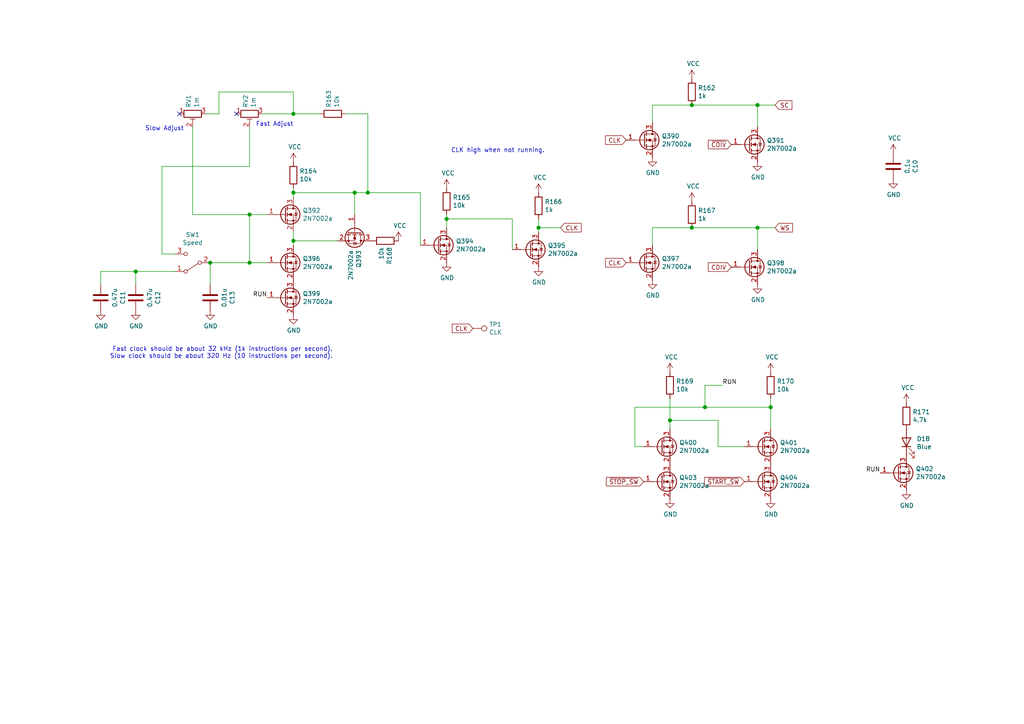
<source format=kicad_sch>
(kicad_sch (version 20210126) (generator eeschema)
  (paper "A4")
  (title_block (title "Q2 Clock Generator") (date "2021-02-05") (rev "1") (company "joewing.net"))
  (lib_symbols
    (symbol "Connector:TestPoint" (pin_numbers hide) (pin_names (offset 0.762) hide)
      (property "Reference" "TP" (at 0 6.858 0))
      (property "Value" "TestPoint" (at 0 5.08 0))
      (symbol "TestPoint_0_1"
        (circle (center 0 3.302) (radius 0.762))
      )
      (symbol "TestPoint_1_1"
        (pin passive line (at 0 0 90) (length 2.54) (name "1") (number "1"))
      )
    )
    (symbol "Device:C" (pin_numbers hide) (pin_names (offset 0.254))
      (property "Reference" "C" (at 0.635 2.54 0))
      (property "Value" "C" (at 0.635 -2.54 0))
      (symbol "C_0_1"
        (polyline (pts (xy -2.032 -0.762) (xy 2.032 -0.762)) (stroke (width 0.508)))
        (polyline (pts (xy -2.032 0.762) (xy 2.032 0.762)) (stroke (width 0.508)))
      )
      (symbol "C_1_1"
        (pin passive line (at 0 3.81 270) (length 2.794) (name "~") (number "1"))
        (pin passive line (at 0 -3.81 90) (length 2.794) (name "~") (number "2"))
      )
    )
    (symbol "Device:LED" (pin_numbers hide) (pin_names (offset 1.016) hide)
      (property "Reference" "D" (at 0 2.54 0))
      (property "Value" "LED" (at 0 -2.54 0))
      (symbol "LED_0_1"
        (polyline (pts (xy -1.27 -1.27) (xy -1.27 1.27)) (stroke (width 0.254)))
        (polyline (pts (xy -1.27 0) (xy 1.27 0)))
        (polyline (pts (xy 1.27 -1.27) (xy 1.27 1.27) (xy -1.27 0) (xy 1.27 -1.27)) (stroke (width 0.254)))
        (polyline (pts (xy -3.048 -0.762) (xy -4.572 -2.286) (xy -3.81 -2.286) (xy -4.572 -2.286) (xy -4.572 -1.524)))
        (polyline (pts (xy -1.778 -0.762) (xy -3.302 -2.286) (xy -2.54 -2.286) (xy -3.302 -2.286) (xy -3.302 -1.524)))
      )
      (symbol "LED_1_1"
        (pin passive line (at -3.81 0 0) (length 2.54) (name "K") (number "1"))
        (pin passive line (at 3.81 0 180) (length 2.54) (name "A") (number "2"))
      )
    )
    (symbol "Device:R" (pin_numbers hide) (pin_names (offset 0))
      (property "Reference" "R" (at 2.032 0 90))
      (property "Value" "R" (at 0 0 90))
      (symbol "R_0_1"
        (rectangle (start -1.016 -2.54) (end 1.016 2.54) (stroke (width 0.254)))
      )
      (symbol "R_1_1"
        (pin passive line (at 0 3.81 270) (length 1.27) (name "~") (number "1"))
        (pin passive line (at 0 -3.81 90) (length 1.27) (name "~") (number "2"))
      )
    )
    (symbol "Device:R_Potentiometer_Trim" (pin_names (offset 1.016) hide)
      (property "Reference" "RV" (at -4.445 0 90))
      (property "Value" "R_Potentiometer_Trim" (at -2.54 0 90))
      (symbol "R_Potentiometer_Trim_0_1"
        (rectangle (start 1.016 2.54) (end -1.016 -2.54) (stroke (width 0.254)))
        (polyline (pts (xy 1.524 0.762) (xy 1.524 -0.762)))
        (polyline (pts (xy 2.54 0) (xy 1.524 0)))
      )
      (symbol "R_Potentiometer_Trim_1_1"
        (pin passive line (at 0 3.81 270) (length 1.27) (name "1") (number "1"))
        (pin passive line (at 3.81 0 180) (length 1.27) (name "2") (number "2"))
        (pin passive line (at 0 -3.81 90) (length 1.27) (name "3") (number "3"))
      )
    )
    (symbol "Switch:SW_SPDT" (pin_names (offset 0) hide)
      (property "Reference" "SW" (at 0 4.318 0))
      (property "Value" "SW_SPDT" (at 0 -5.08 0))
      (symbol "SW_SPDT_0_0"
        (circle (center -2.032 0) (radius 0.508))
        (circle (center 2.032 -2.54) (radius 0.508))
      )
      (symbol "SW_SPDT_0_1"
        (circle (center 2.032 2.54) (radius 0.508))
        (polyline (pts (xy -1.524 0.254) (xy 1.651 2.286)))
      )
      (symbol "SW_SPDT_1_1"
        (pin passive line (at 5.08 2.54 180) (length 2.54) (name "A") (number "1"))
        (pin passive line (at -5.08 0 0) (length 2.54) (name "B") (number "2"))
        (pin passive line (at 5.08 -2.54 180) (length 2.54) (name "C") (number "3"))
      )
    )
    (symbol "Transistor_FET:2N7002" (pin_names hide)
      (property "Reference" "Q" (at 5.08 1.905 0))
      (property "Value" "2N7002" (at 5.08 0 0))
      (symbol "2N7002_0_1"
        (circle (center 1.651 0) (radius 2.794) (stroke (width 0.254)))
        (circle (center 2.54 -1.778) (radius 0.254) (fill (type outline)))
        (circle (center 2.54 1.778) (radius 0.254) (fill (type outline)))
        (polyline (pts (xy 0.254 0) (xy -2.54 0)))
        (polyline (pts (xy 0.254 1.905) (xy 0.254 -1.905)) (stroke (width 0.254)))
        (polyline (pts (xy 0.762 -1.27) (xy 0.762 -2.286)) (stroke (width 0.254)))
        (polyline (pts (xy 0.762 0.508) (xy 0.762 -0.508)) (stroke (width 0.254)))
        (polyline (pts (xy 0.762 2.286) (xy 0.762 1.27)) (stroke (width 0.254)))
        (polyline (pts (xy 2.54 2.54) (xy 2.54 1.778)))
        (polyline (pts (xy 2.54 -2.54) (xy 2.54 0) (xy 0.762 0)))
        (polyline (pts (xy 0.762 -1.778) (xy 3.302 -1.778) (xy 3.302 1.778) (xy 0.762 1.778)))
        (polyline (pts (xy 1.016 0) (xy 2.032 0.381) (xy 2.032 -0.381) (xy 1.016 0)) (fill (type outline)))
        (polyline (pts (xy 2.794 0.508) (xy 2.921 0.381) (xy 3.683 0.381) (xy 3.81 0.254)))
        (polyline (pts (xy 3.302 0.381) (xy 2.921 -0.254) (xy 3.683 -0.254) (xy 3.302 0.381)))
      )
      (symbol "2N7002_1_1"
        (pin input line (at -5.08 0 0) (length 2.54) (name "G") (number "1"))
        (pin passive line (at 2.54 -5.08 90) (length 2.54) (name "S") (number "2"))
        (pin passive line (at 2.54 5.08 270) (length 2.54) (name "D") (number "3"))
      )
    )
    (symbol "power:GND" (power) (pin_names (offset 0))
      (property "Value" "GND" (at 0 -3.81 0))
      (symbol "GND_0_1"
        (polyline (pts (xy 0 0) (xy 0 -1.27) (xy 1.27 -1.27) (xy 0 -2.54) (xy -1.27 -1.27) (xy 0 -1.27)))
      )
      (symbol "GND_1_1"
        (pin power_in line (at 0 0 270) (length 0) hide (name "GND") (number "1"))
      )
    )
    (symbol "power:VCC" (power) (pin_names (offset 0))
      (property "Value" "VCC" (at 0 3.81 0))
      (symbol "VCC_0_1"
        (polyline (pts (xy -0.762 1.27) (xy 0 2.54)))
        (polyline (pts (xy 0 0) (xy 0 2.54)))
        (polyline (pts (xy 0 2.54) (xy 0.762 1.27)))
      )
      (symbol "VCC_1_1"
        (pin power_in line (at 0 0 90) (length 0) hide (name "VCC") (number "1"))
      )
    )
  )
  (junction (at 39.37 78.74) (diameter 1.016))
  (junction (at 60.96 76.2) (diameter 1.016))
  (junction (at 72.39 62.23) (diameter 1.016))
  (junction (at 72.39 76.2) (diameter 1.016))
  (junction (at 85.09 33.02) (diameter 1.016))
  (junction (at 85.09 55.88) (diameter 1.016))
  (junction (at 85.09 69.85) (diameter 1.016))
  (junction (at 102.87 55.88) (diameter 1.016))
  (junction (at 106.68 55.88) (diameter 1.016))
  (junction (at 129.54 63.5) (diameter 1.016))
  (junction (at 156.21 66.04) (diameter 1.016))
  (junction (at 194.31 121.92) (diameter 1.016))
  (junction (at 200.66 30.48) (diameter 1.016))
  (junction (at 200.66 66.04) (diameter 1.016))
  (junction (at 204.47 118.11) (diameter 1.016))
  (junction (at 219.71 30.48) (diameter 1.016))
  (junction (at 219.71 66.04) (diameter 1.016))
  (junction (at 223.52 118.11) (diameter 1.016))
  (no_connect (at 52.07 33.02))
  (no_connect (at 68.58 33.02))
  (wire (pts (xy 29.21 78.74) (xy 29.21 82.55)))
  (wire (pts (xy 39.37 78.74) (xy 29.21 78.74)))
  (wire (pts (xy 39.37 78.74) (xy 39.37 82.55)))
  (wire (pts (xy 46.99 48.26) (xy 72.39 48.26)))
  (wire (pts (xy 46.99 73.66) (xy 46.99 48.26)))
  (wire (pts (xy 46.99 73.66) (xy 50.8 73.66)))
  (wire (pts (xy 50.8 78.74) (xy 39.37 78.74)))
  (wire (pts (xy 55.88 36.83) (xy 55.88 62.23)))
  (wire (pts (xy 55.88 62.23) (xy 72.39 62.23)))
  (wire (pts (xy 60.96 76.2) (xy 60.96 82.55)))
  (wire (pts (xy 60.96 76.2) (xy 72.39 76.2)))
  (wire (pts (xy 63.5 26.67) (xy 63.5 33.02)))
  (wire (pts (xy 63.5 33.02) (xy 59.69 33.02)))
  (wire (pts (xy 72.39 36.83) (xy 72.39 48.26)))
  (wire (pts (xy 72.39 62.23) (xy 77.47 62.23)))
  (wire (pts (xy 72.39 76.2) (xy 72.39 62.23)))
  (wire (pts (xy 76.2 33.02) (xy 85.09 33.02)))
  (wire (pts (xy 77.47 76.2) (xy 72.39 76.2)))
  (wire (pts (xy 85.09 26.67) (xy 63.5 26.67)))
  (wire (pts (xy 85.09 33.02) (xy 85.09 26.67)))
  (wire (pts (xy 85.09 33.02) (xy 92.71 33.02)))
  (wire (pts (xy 85.09 54.61) (xy 85.09 55.88)))
  (wire (pts (xy 85.09 55.88) (xy 85.09 57.15)))
  (wire (pts (xy 85.09 55.88) (xy 102.87 55.88)))
  (wire (pts (xy 85.09 67.31) (xy 85.09 69.85)))
  (wire (pts (xy 85.09 69.85) (xy 85.09 71.12)))
  (wire (pts (xy 97.79 69.85) (xy 85.09 69.85)))
  (wire (pts (xy 102.87 55.88) (xy 102.87 62.23)))
  (wire (pts (xy 106.68 33.02) (xy 100.33 33.02)))
  (wire (pts (xy 106.68 33.02) (xy 106.68 55.88)))
  (wire (pts (xy 106.68 55.88) (xy 102.87 55.88)))
  (wire (pts (xy 106.68 55.88) (xy 121.92 55.88)))
  (wire (pts (xy 121.92 55.88) (xy 121.92 71.12)))
  (wire (pts (xy 129.54 62.23) (xy 129.54 63.5)))
  (wire (pts (xy 129.54 63.5) (xy 129.54 66.04)))
  (wire (pts (xy 129.54 63.5) (xy 148.59 63.5)))
  (wire (pts (xy 148.59 63.5) (xy 148.59 72.39)))
  (wire (pts (xy 156.21 63.5) (xy 156.21 66.04)))
  (wire (pts (xy 156.21 66.04) (xy 156.21 67.31)))
  (wire (pts (xy 162.56 66.04) (xy 156.21 66.04)))
  (wire (pts (xy 184.15 118.11) (xy 204.47 118.11)))
  (wire (pts (xy 184.15 129.54) (xy 184.15 118.11)))
  (wire (pts (xy 186.69 129.54) (xy 184.15 129.54)))
  (wire (pts (xy 189.23 30.48) (xy 200.66 30.48)))
  (wire (pts (xy 189.23 35.56) (xy 189.23 30.48)))
  (wire (pts (xy 189.23 66.04) (xy 200.66 66.04)))
  (wire (pts (xy 189.23 71.12) (xy 189.23 66.04)))
  (wire (pts (xy 194.31 115.57) (xy 194.31 121.92)))
  (wire (pts (xy 194.31 121.92) (xy 208.28 121.92)))
  (wire (pts (xy 194.31 124.46) (xy 194.31 121.92)))
  (wire (pts (xy 200.66 30.48) (xy 219.71 30.48)))
  (wire (pts (xy 200.66 66.04) (xy 219.71 66.04)))
  (wire (pts (xy 204.47 111.76) (xy 204.47 118.11)))
  (wire (pts (xy 204.47 118.11) (xy 223.52 118.11)))
  (wire (pts (xy 208.28 121.92) (xy 208.28 129.54)))
  (wire (pts (xy 208.28 129.54) (xy 215.9 129.54)))
  (wire (pts (xy 209.55 111.76) (xy 204.47 111.76)))
  (wire (pts (xy 219.71 30.48) (xy 219.71 36.83)))
  (wire (pts (xy 219.71 66.04) (xy 219.71 72.39)))
  (wire (pts (xy 223.52 115.57) (xy 223.52 118.11)))
  (wire (pts (xy 223.52 118.11) (xy 223.52 124.46)))
  (wire (pts (xy 224.79 30.48) (xy 219.71 30.48)))
  (wire (pts (xy 224.79 66.04) (xy 219.71 66.04)))
  (text "Slow Adjust" (at 53.34 38.1 180) (effects (font (size 1.27 1.27)) (justify right bottom)))
  (text "Fast Adjust" (at 85.09 36.83 180) (effects (font (size 1.27 1.27)) (justify right bottom)))
  (text "Fast clock should be about 32 kHz (1k instructions per second).\nSlow clock should be about 320 Hz (10 instructions per second)." (at 96.52 104.14 0) (effects (font (size 1.27 1.27)) (justify right bottom)))
  (text "CLK high when not running." (at 130.81 44.45 0) (effects (font (size 1.27 1.27)) (justify left bottom)))
  (label "RUN" (at 77.47 86.36 180))
  (label "RUN" (at 209.55 111.76 0))
  (label "RUN" (at 255.27 137.16 180))
  (global_label "CLK" (shape input) (at 137.16 95.25 180) (property "Intersheet References" "${INTERSHEET_REFS}" (effects hide)))
  (global_label "CLK" (shape input) (at 162.56 66.04 0) (property "Intersheet References" "${INTERSHEET_REFS}" (effects hide)))
  (global_label "CLK" (shape input) (at 181.61 40.64 180) (property "Intersheet References" "${INTERSHEET_REFS}" (effects hide)))
  (global_label "CLK" (shape input) (at 181.61 76.2 180) (property "Intersheet References" "${INTERSHEET_REFS}" (effects hide)))
  (global_label "~STOP_SW" (shape input) (at 186.69 139.7 180) (property "Intersheet References" "${INTERSHEET_REFS}" (effects hide)))
  (global_label "~CDIV" (shape input) (at 212.09 41.91 180) (property "Intersheet References" "${INTERSHEET_REFS}" (effects hide)))
  (global_label "CDIV" (shape input) (at 212.09 77.47 180) (property "Intersheet References" "${INTERSHEET_REFS}" (effects hide)))
  (global_label "~START_SW" (shape input) (at 215.9 139.7 180) (property "Intersheet References" "${INTERSHEET_REFS}" (effects hide)))
  (global_label "SC" (shape input) (at 224.79 30.48 0) (property "Intersheet References" "${INTERSHEET_REFS}" (effects hide)))
  (global_label "WS" (shape input) (at 224.79 66.04 0) (property "Intersheet References" "${INTERSHEET_REFS}" (effects hide)))
  (symbol (lib_id "Connector:TestPoint") (at 137.16 95.25 270) (unit 1)
    (property "Reference" "TP1" (at 141.8591 94.1006 90) (effects (justify left)))
    (property "Value" "CLK" (at 141.859 96.399 90) (effects (justify left)))
    (property "Footprint" "TestPoint:TestPoint_Loop_D2.50mm_Drill1.0mm" (effects hide))
  )
  (symbol (lib_id "power:VCC") (at 85.09 46.99 0) (unit 1)
    (property "Reference" "#PWR0349" (effects hide))
    (property "Value" "VCC" (at 85.5218 42.5958 0))
  )
  (symbol (lib_id "power:VCC") (at 115.57 69.85 0) (unit 1)
    (property "Reference" "#PWR0355" (effects hide))
    (property "Value" "VCC" (at 116.0018 65.4558 0))
  )
  (symbol (lib_id "power:VCC") (at 129.54 54.61 0) (unit 1)
    (property "Reference" "#PWR0352" (effects hide))
    (property "Value" "VCC" (at 129.9718 50.2158 0))
  )
  (symbol (lib_id "power:VCC") (at 156.21 55.88 0) (unit 1)
    (property "Reference" "#PWR0353" (effects hide))
    (property "Value" "VCC" (at 156.6418 51.4858 0))
  )
  (symbol (lib_id "power:VCC") (at 194.31 107.95 0) (unit 1)
    (property "Reference" "#PWR0364" (effects hide))
    (property "Value" "VCC" (at 194.7418 103.5558 0))
  )
  (symbol (lib_id "power:VCC") (at 200.66 22.86 0) (unit 1)
    (property "Reference" "#PWR0346" (effects hide))
    (property "Value" "VCC" (at 201.0918 18.4658 0))
  )
  (symbol (lib_id "power:VCC") (at 200.66 58.42 0) (unit 1)
    (property "Reference" "#PWR0354" (effects hide))
    (property "Value" "VCC" (at 201.0918 54.0258 0))
  )
  (symbol (lib_id "power:VCC") (at 223.52 107.95 0) (unit 1)
    (property "Reference" "#PWR0365" (effects hide))
    (property "Value" "VCC" (at 223.9518 103.5558 0))
  )
  (symbol (lib_id "power:VCC") (at 259.08 44.45 0) (unit 1)
    (property "Reference" "#PWR0347" (effects hide))
    (property "Value" "VCC" (at 259.5118 40.0558 0))
  )
  (symbol (lib_id "power:VCC") (at 262.89 116.84 0) (unit 1)
    (property "Reference" "#PWR0366" (effects hide))
    (property "Value" "VCC" (at 263.3218 112.4458 0))
  )
  (symbol (lib_id "power:GND") (at 29.21 90.17 0) (unit 1)
    (property "Reference" "#PWR0360" (effects hide))
    (property "Value" "GND" (at 29.337 94.5642 0))
  )
  (symbol (lib_id "power:GND") (at 39.37 90.17 0) (unit 1)
    (property "Reference" "#PWR0361" (effects hide))
    (property "Value" "GND" (at 39.497 94.5642 0))
  )
  (symbol (lib_id "power:GND") (at 60.96 90.17 0) (unit 1)
    (property "Reference" "#PWR0362" (effects hide))
    (property "Value" "GND" (at 61.087 94.5642 0))
  )
  (symbol (lib_id "power:GND") (at 85.09 91.44 0) (unit 1)
    (property "Reference" "#PWR0363" (effects hide))
    (property "Value" "GND" (at 85.217 95.8342 0))
  )
  (symbol (lib_id "power:GND") (at 129.54 76.2 0) (unit 1)
    (property "Reference" "#PWR0356" (effects hide))
    (property "Value" "GND" (at 129.667 80.5942 0))
  )
  (symbol (lib_id "power:GND") (at 156.21 77.47 0) (unit 1)
    (property "Reference" "#PWR0357" (effects hide))
    (property "Value" "GND" (at 156.337 81.8642 0))
  )
  (symbol (lib_id "power:GND") (at 189.23 45.72 0) (unit 1)
    (property "Reference" "#PWR0348" (effects hide))
    (property "Value" "GND" (at 189.357 50.1142 0))
  )
  (symbol (lib_id "power:GND") (at 189.23 81.28 0) (unit 1)
    (property "Reference" "#PWR0358" (effects hide))
    (property "Value" "GND" (at 189.357 85.6742 0))
  )
  (symbol (lib_id "power:GND") (at 194.31 144.78 0) (unit 1)
    (property "Reference" "#PWR0368" (effects hide))
    (property "Value" "GND" (at 194.437 149.1742 0))
  )
  (symbol (lib_id "power:GND") (at 219.71 46.99 0) (unit 1)
    (property "Reference" "#PWR0350" (effects hide))
    (property "Value" "GND" (at 219.837 51.3842 0))
  )
  (symbol (lib_id "power:GND") (at 219.71 82.55 0) (unit 1)
    (property "Reference" "#PWR0359" (effects hide))
    (property "Value" "GND" (at 219.837 86.9442 0))
  )
  (symbol (lib_id "power:GND") (at 223.52 144.78 0) (unit 1)
    (property "Reference" "#PWR0369" (effects hide))
    (property "Value" "GND" (at 223.647 149.1742 0))
  )
  (symbol (lib_id "power:GND") (at 259.08 52.07 0) (unit 1)
    (property "Reference" "#PWR0351" (effects hide))
    (property "Value" "GND" (at 259.207 56.4642 0))
  )
  (symbol (lib_id "power:GND") (at 262.89 142.24 0) (unit 1)
    (property "Reference" "#PWR0367" (effects hide))
    (property "Value" "GND" (at 263.017 146.6342 0))
  )
  (symbol (lib_id "Device:R") (at 85.09 50.8 0) (unit 1)
    (property "Reference" "R164" (at 86.868 49.6316 0) (effects (justify left)))
    (property "Value" "10k" (at 86.868 51.943 0) (effects (justify left)))
    (property "Footprint" "Resistor_SMD:R_0805_2012Metric" (effects hide))
    (property "LCSC" "C17414" (effects hide))
  )
  (symbol (lib_id "Device:R") (at 96.52 33.02 90) (unit 1)
    (property "Reference" "R163" (at 95.3516 31.242 0) (effects (justify left)))
    (property "Value" "10k" (at 97.663 31.242 0) (effects (justify left)))
    (property "Footprint" "Resistor_SMD:R_0805_2012Metric" (effects hide))
    (property "LCSC" "C17414" (effects hide))
  )
  (symbol (lib_id "Device:R") (at 111.76 69.85 270) (unit 1)
    (property "Reference" "R168" (at 112.9284 71.628 0) (effects (justify left)))
    (property "Value" "10k" (at 110.617 71.628 0) (effects (justify left)))
    (property "Footprint" "Resistor_SMD:R_0805_2012Metric" (effects hide))
    (property "LCSC" "C17414" (effects hide))
  )
  (symbol (lib_id "Device:R") (at 129.54 58.42 0) (unit 1)
    (property "Reference" "R165" (at 131.318 57.2516 0) (effects (justify left)))
    (property "Value" "10k" (at 131.318 59.563 0) (effects (justify left)))
    (property "Footprint" "Resistor_SMD:R_0805_2012Metric" (effects hide))
    (property "LCSC" "C17414" (effects hide))
  )
  (symbol (lib_id "Device:R") (at 156.21 59.69 0) (unit 1)
    (property "Reference" "R166" (at 157.988 58.5216 0) (effects (justify left)))
    (property "Value" "1k" (at 157.988 60.833 0) (effects (justify left)))
    (property "Footprint" "Resistor_SMD:R_0805_2012Metric" (effects hide))
    (property "LCSC" "C17513" (effects hide))
  )
  (symbol (lib_id "Device:R") (at 194.31 111.76 0) (unit 1)
    (property "Reference" "R169" (at 196.088 110.5916 0) (effects (justify left)))
    (property "Value" "10k" (at 196.088 112.903 0) (effects (justify left)))
    (property "Footprint" "Resistor_SMD:R_0805_2012Metric" (effects hide))
    (property "LCSC" "C17414" (effects hide))
  )
  (symbol (lib_id "Device:R") (at 200.66 26.67 0) (unit 1)
    (property "Reference" "R162" (at 202.438 25.5016 0) (effects (justify left)))
    (property "Value" "1k" (at 202.438 27.813 0) (effects (justify left)))
    (property "Footprint" "Resistor_SMD:R_0805_2012Metric" (effects hide))
    (property "LCSC" "C17513" (effects hide))
  )
  (symbol (lib_id "Device:R") (at 200.66 62.23 0) (unit 1)
    (property "Reference" "R167" (at 202.438 61.0616 0) (effects (justify left)))
    (property "Value" "1k" (at 202.438 63.373 0) (effects (justify left)))
    (property "Footprint" "Resistor_SMD:R_0805_2012Metric" (effects hide))
    (property "LCSC" "C17513" (effects hide))
  )
  (symbol (lib_id "Device:R") (at 223.52 111.76 0) (unit 1)
    (property "Reference" "R170" (at 225.298 110.5916 0) (effects (justify left)))
    (property "Value" "10k" (at 225.298 112.903 0) (effects (justify left)))
    (property "Footprint" "Resistor_SMD:R_0805_2012Metric" (effects hide))
    (property "LCSC" "C17414" (effects hide))
  )
  (symbol (lib_id "Device:R") (at 262.89 120.65 0) (unit 1)
    (property "Reference" "R171" (at 264.668 119.4816 0) (effects (justify left)))
    (property "Value" "4.7k" (at 264.668 121.793 0) (effects (justify left)))
    (property "Footprint" "Resistor_SMD:R_0805_2012Metric" (effects hide))
    (property "LCSC" "C17673" (effects hide))
  )
  (symbol (lib_id "Device:LED") (at 262.89 128.27 90) (unit 1)
    (property "Reference" "D18" (at 265.8618 127.2794 90) (effects (justify right)))
    (property "Value" "Blue" (at 265.8618 129.5908 90) (effects (justify right)))
    (property "Footprint" "LED_SMD:LED_0805_2012Metric" (effects hide))
    (property "LCSC" "C2293" (effects hide))
  )
  (symbol (lib_id "Device:C") (at 29.21 86.36 180) (unit 1)
    (property "Reference" "C11" (at 35.6108 86.36 90))
    (property "Value" "0.47u" (at 33.299 86.36 90))
    (property "Footprint" "Capacitor_SMD:C_0805_2012Metric" (effects hide))
    (property "LCSC" "C13967" (effects hide))
  )
  (symbol (lib_id "Device:C") (at 39.37 86.36 180) (unit 1)
    (property "Reference" "C12" (at 45.7708 86.36 90))
    (property "Value" "0.47u" (at 43.459 86.36 90))
    (property "Footprint" "Capacitor_SMD:C_0805_2012Metric" (effects hide))
    (property "LCSC" "C13967" (effects hide))
  )
  (symbol (lib_id "Device:C") (at 60.96 86.36 180) (unit 1)
    (property "Reference" "C13" (at 67.3608 86.36 90))
    (property "Value" "0.01u" (at 65.0494 86.36 90))
    (property "Footprint" "Capacitor_SMD:C_0805_2012Metric" (effects hide))
    (property "LCSC" "C1710" (effects hide))
  )
  (symbol (lib_id "Device:C") (at 259.08 48.26 180) (unit 1)
    (property "Reference" "C10" (at 265.4808 48.26 90))
    (property "Value" "0.1u" (at 263.1694 48.26 90))
    (property "Footprint" "Capacitor_SMD:C_0805_2012Metric" (effects hide))
    (property "LCSC" "C49678" (effects hide))
  )
  (symbol (lib_id "Device:R_Potentiometer_Trim") (at 55.88 33.02 90) (mirror x) (unit 1)
    (property "Reference" "RV1" (at 54.7116 31.242 0) (effects (justify right)))
    (property "Value" "1m" (at 57.023 31.242 0) (effects (justify right)))
    (property "Footprint" "Potentiometer_THT:Potentiometer_Bourns_3296W_Vertical" (effects hide))
  )
  (symbol (lib_id "Device:R_Potentiometer_Trim") (at 72.39 33.02 90) (mirror x) (unit 1)
    (property "Reference" "RV2" (at 71.2216 31.242 0) (effects (justify right)))
    (property "Value" "1m" (at 73.533 31.242 0) (effects (justify right)))
    (property "Footprint" "Potentiometer_THT:Potentiometer_Bourns_3296W_Vertical" (effects hide))
  )
  (symbol (lib_id "Switch:SW_SPDT") (at 55.88 76.2 180) (unit 1)
    (property "Reference" "SW1" (at 55.88 68.0782 0))
    (property "Value" "Speed" (at 55.88 70.377 0))
    (property "Footprint" "Connector_PinHeader_2.54mm:PinHeader_1x03_P2.54mm_Vertical" (effects hide))
  )
  (symbol (lib_id "Transistor_FET:2N7002") (at 82.55 62.23 0) (unit 1)
    (property "Reference" "Q392" (at 87.7824 61.0616 0) (effects (justify left)))
    (property "Value" "2N7002a" (at 87.7824 63.373 0) (effects (justify left)))
    (property "Footprint" "Package_TO_SOT_SMD:SOT-23" (effects hide))
    (property "Datasheet" "https://www.fairchildsemi.com/datasheets/2N/2N7002.pdf" (effects hide))
    (property "LCSC" "C8545" (effects hide))
  )
  (symbol (lib_id "Transistor_FET:2N7002") (at 82.55 76.2 0) (unit 1)
    (property "Reference" "Q396" (at 87.7824 75.0316 0) (effects (justify left)))
    (property "Value" "2N7002a" (at 87.7824 77.343 0) (effects (justify left)))
    (property "Footprint" "Package_TO_SOT_SMD:SOT-23" (effects hide))
    (property "Datasheet" "https://www.fairchildsemi.com/datasheets/2N/2N7002.pdf" (effects hide))
    (property "LCSC" "C8545" (effects hide))
  )
  (symbol (lib_id "Transistor_FET:2N7002") (at 82.55 86.36 0) (unit 1)
    (property "Reference" "Q399" (at 87.7824 85.1916 0) (effects (justify left)))
    (property "Value" "2N7002a" (at 87.7824 87.503 0) (effects (justify left)))
    (property "Footprint" "Package_TO_SOT_SMD:SOT-23" (effects hide))
    (property "Datasheet" "https://www.fairchildsemi.com/datasheets/2N/2N7002.pdf" (effects hide))
    (property "LCSC" "C8545" (effects hide))
  )
  (symbol (lib_id "Transistor_FET:2N7002") (at 102.87 67.31 270) (unit 1)
    (property "Reference" "Q393" (at 104.0384 72.5424 0) (effects (justify left)))
    (property "Value" "2N7002a" (at 101.727 72.5424 0) (effects (justify left)))
    (property "Footprint" "Package_TO_SOT_SMD:SOT-23" (effects hide))
    (property "Datasheet" "https://www.fairchildsemi.com/datasheets/2N/2N7002.pdf" (effects hide))
    (property "LCSC" "C8545" (effects hide))
  )
  (symbol (lib_id "Transistor_FET:2N7002") (at 127 71.12 0) (unit 1)
    (property "Reference" "Q394" (at 132.2324 69.9516 0) (effects (justify left)))
    (property "Value" "2N7002a" (at 132.2324 72.263 0) (effects (justify left)))
    (property "Footprint" "Package_TO_SOT_SMD:SOT-23" (effects hide))
    (property "Datasheet" "https://www.fairchildsemi.com/datasheets/2N/2N7002.pdf" (effects hide))
    (property "LCSC" "C8545" (effects hide))
  )
  (symbol (lib_id "Transistor_FET:2N7002") (at 153.67 72.39 0) (unit 1)
    (property "Reference" "Q395" (at 158.9024 71.2216 0) (effects (justify left)))
    (property "Value" "2N7002a" (at 158.9024 73.533 0) (effects (justify left)))
    (property "Footprint" "Package_TO_SOT_SMD:SOT-23" (effects hide))
    (property "Datasheet" "https://www.fairchildsemi.com/datasheets/2N/2N7002.pdf" (effects hide))
    (property "LCSC" "C8545" (effects hide))
  )
  (symbol (lib_id "Transistor_FET:2N7002") (at 186.69 40.64 0) (unit 1)
    (property "Reference" "Q390" (at 191.9224 39.4716 0) (effects (justify left)))
    (property "Value" "2N7002a" (at 191.9224 41.783 0) (effects (justify left)))
    (property "Footprint" "Package_TO_SOT_SMD:SOT-23" (effects hide))
    (property "Datasheet" "https://www.fairchildsemi.com/datasheets/2N/2N7002.pdf" (effects hide))
    (property "LCSC" "C8545" (effects hide))
  )
  (symbol (lib_id "Transistor_FET:2N7002") (at 186.69 76.2 0) (unit 1)
    (property "Reference" "Q397" (at 191.9224 75.0316 0) (effects (justify left)))
    (property "Value" "2N7002a" (at 191.9224 77.343 0) (effects (justify left)))
    (property "Footprint" "Package_TO_SOT_SMD:SOT-23" (effects hide))
    (property "Datasheet" "https://www.fairchildsemi.com/datasheets/2N/2N7002.pdf" (effects hide))
    (property "LCSC" "C8545" (effects hide))
  )
  (symbol (lib_id "Transistor_FET:2N7002") (at 191.77 129.54 0) (unit 1)
    (property "Reference" "Q400" (at 197.0024 128.3716 0) (effects (justify left)))
    (property "Value" "2N7002a" (at 197.0024 130.683 0) (effects (justify left)))
    (property "Footprint" "Package_TO_SOT_SMD:SOT-23" (effects hide))
    (property "Datasheet" "https://www.fairchildsemi.com/datasheets/2N/2N7002.pdf" (effects hide))
    (property "LCSC" "C8545" (effects hide))
  )
  (symbol (lib_id "Transistor_FET:2N7002") (at 191.77 139.7 0) (unit 1)
    (property "Reference" "Q403" (at 197.0024 138.5316 0) (effects (justify left)))
    (property "Value" "2N7002a" (at 197.0024 140.843 0) (effects (justify left)))
    (property "Footprint" "Package_TO_SOT_SMD:SOT-23" (effects hide))
    (property "Datasheet" "https://www.fairchildsemi.com/datasheets/2N/2N7002.pdf" (effects hide))
    (property "LCSC" "C8545" (effects hide))
  )
  (symbol (lib_id "Transistor_FET:2N7002") (at 217.17 41.91 0) (unit 1)
    (property "Reference" "Q391" (at 222.4024 40.7416 0) (effects (justify left)))
    (property "Value" "2N7002a" (at 222.4024 43.053 0) (effects (justify left)))
    (property "Footprint" "Package_TO_SOT_SMD:SOT-23" (effects hide))
    (property "Datasheet" "https://www.fairchildsemi.com/datasheets/2N/2N7002.pdf" (effects hide))
    (property "LCSC" "C8545" (effects hide))
  )
  (symbol (lib_id "Transistor_FET:2N7002") (at 217.17 77.47 0) (unit 1)
    (property "Reference" "Q398" (at 222.4024 76.3016 0) (effects (justify left)))
    (property "Value" "2N7002a" (at 222.4024 78.613 0) (effects (justify left)))
    (property "Footprint" "Package_TO_SOT_SMD:SOT-23" (effects hide))
    (property "Datasheet" "https://www.fairchildsemi.com/datasheets/2N/2N7002.pdf" (effects hide))
    (property "LCSC" "C8545" (effects hide))
  )
  (symbol (lib_id "Transistor_FET:2N7002") (at 220.98 129.54 0) (unit 1)
    (property "Reference" "Q401" (at 226.2124 128.3716 0) (effects (justify left)))
    (property "Value" "2N7002a" (at 226.2124 130.683 0) (effects (justify left)))
    (property "Footprint" "Package_TO_SOT_SMD:SOT-23" (effects hide))
    (property "Datasheet" "https://www.fairchildsemi.com/datasheets/2N/2N7002.pdf" (effects hide))
    (property "LCSC" "C8545" (effects hide))
  )
  (symbol (lib_id "Transistor_FET:2N7002") (at 220.98 139.7 0) (unit 1)
    (property "Reference" "Q404" (at 226.2124 138.5316 0) (effects (justify left)))
    (property "Value" "2N7002a" (at 226.2124 140.843 0) (effects (justify left)))
    (property "Footprint" "Package_TO_SOT_SMD:SOT-23" (effects hide))
    (property "Datasheet" "https://www.fairchildsemi.com/datasheets/2N/2N7002.pdf" (effects hide))
    (property "LCSC" "C8545" (effects hide))
  )
  (symbol (lib_id "Transistor_FET:2N7002") (at 260.35 137.16 0) (unit 1)
    (property "Reference" "Q402" (at 265.5824 135.9916 0) (effects (justify left)))
    (property "Value" "2N7002a" (at 265.5824 138.303 0) (effects (justify left)))
    (property "Footprint" "Package_TO_SOT_SMD:SOT-23" (effects hide))
    (property "Datasheet" "https://www.fairchildsemi.com/datasheets/2N/2N7002.pdf" (effects hide))
    (property "LCSC" "C8545" (effects hide))
  )
)
</source>
